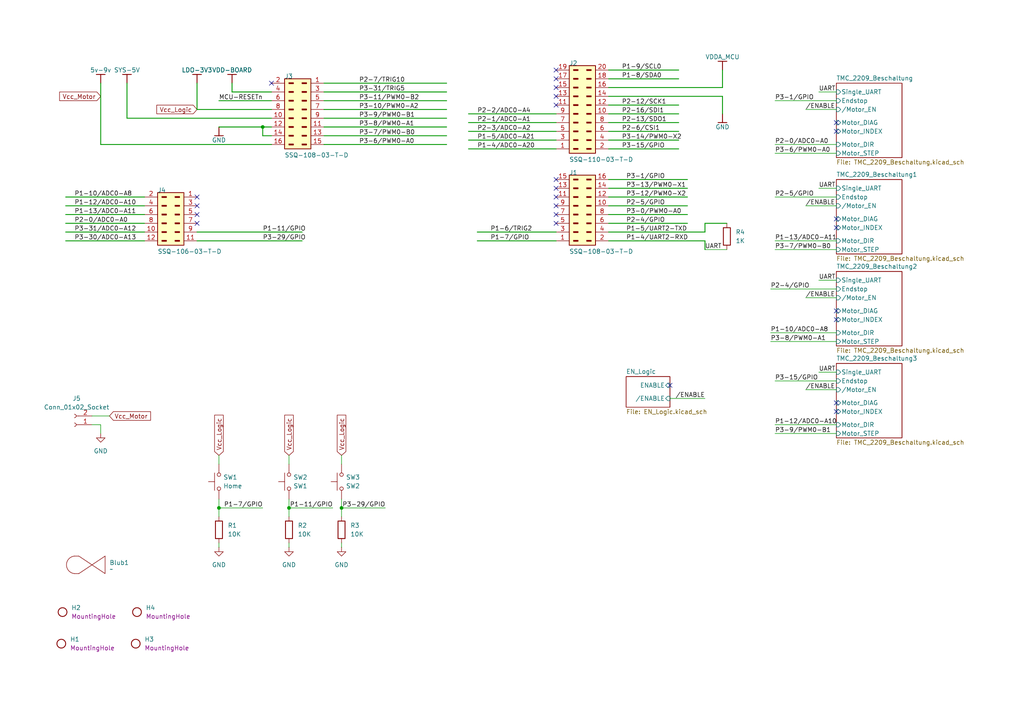
<source format=kicad_sch>
(kicad_sch (version 20231120) (generator "eeschema") (generator_version "8.0")
  (paper "A4")
  (lib_symbols
    (symbol "Connector:Conn_01x02_Socket" (pin_names (offset 1.016) hide)
      (property "Reference" "J" (at 0 2.54 0))
      (property "Value" "Conn_01x02_Socket" (at 0 -5.08 0))
      (symbol "Conn_01x02_Socket_1_1"
        (arc (start 0 -2.032) (mid -0.5058 -2.54) (end 0 -3.048) (stroke (width 0.1524)))
        (polyline (pts (xy -1.27 -2.54) (xy -0.508 -2.54)) (stroke (width 0.1524)))
        (polyline (pts (xy -1.27 0) (xy -0.508 0)) (stroke (width 0.1524)))
        (arc (start 0 0.508) (mid -0.5058 0) (end 0 -0.508) (stroke (width 0.1524)))
        (pin passive line (at -5.08 0 0) (length 3.81) (name "Pin_1") (number "1"))
        (pin passive line (at -5.08 -2.54 0) (length 3.81) (name "Pin_2") (number "2"))
      )
    )
    (symbol "Device:R" (pin_numbers hide) (pin_names (offset 0))
      (property "Reference" "R" (at 2.032 0 90))
      (property "Value" "R" (at 0 0 90))
      (symbol "R_0_1"
        (rectangle (start -1.016 -2.54) (end 1.016 2.54) (stroke (width 0.254)))
      )
      (symbol "R_1_1"
        (pin passive line (at 0 3.81 270) (length 1.27) (name "~") (number "1"))
        (pin passive line (at 0 -3.81 90) (length 1.27) (name "~") (number "2"))
      )
    )
    (symbol "FRDM-MCXA153__Shield_Template-altium-import:5v-9v" (power)
      (property "Reference" "#PWR" (at 0 0 0))
      (property "Value" "5v-9v" (at 0 3.81 0))
      (symbol "5v-9v_0_0"
        (polyline (pts (xy -1.27 -2.54) (xy 1.27 -2.54)) (stroke (width 0.254)))
        (polyline (pts (xy 0 0) (xy 0 -2.54)) (stroke (width 0.254)))
        (pin power_in line (at 0 0 0) (length 0) hide (name "5v-9v") (number ""))
      )
    )
    (symbol "FRDM-MCXA153__Shield_Template-altium-import:GND" (power)
      (property "Reference" "#PWR" (at 0 0 0))
      (property "Value" "GND" (at 0 3.81 0))
      (symbol "GND_0_0"
        (polyline (pts (xy -1.27 -2.54) (xy 1.27 -2.54)) (stroke (width 0.254)))
        (polyline (pts (xy 0 0) (xy 0 -2.54)) (stroke (width 0.254)))
        (pin power_in line (at 0 0 0) (length 0) hide (name "GND") (number ""))
      )
    )
    (symbol "FRDM-MCXA153__Shield_Template-altium-import:LDO-3V3" (power)
      (property "Reference" "#PWR" (at 0 0 0))
      (property "Value" "LDO-3V3" (at 0 3.81 0))
      (symbol "LDO-3V3_0_0"
        (polyline (pts (xy -1.27 -2.54) (xy 1.27 -2.54)) (stroke (width 0.254)))
        (polyline (pts (xy 0 0) (xy 0 -2.54)) (stroke (width 0.254)))
        (pin power_in line (at 0 0 0) (length 0) hide (name "LDO-3V3") (number ""))
      )
    )
    (symbol "FRDM-MCXA153__Shield_Template-altium-import:SYS-5V" (power)
      (property "Reference" "#PWR" (at 0 0 0))
      (property "Value" "SYS-5V" (at 0 3.81 0))
      (symbol "SYS-5V_0_0"
        (polyline (pts (xy -1.27 -2.54) (xy 1.27 -2.54)) (stroke (width 0.254)))
        (polyline (pts (xy 0 0) (xy 0 -2.54)) (stroke (width 0.254)))
        (pin power_in line (at 0 0 0) (length 0) hide (name "SYS-5V") (number ""))
      )
    )
    (symbol "FRDM-MCXA153__Shield_Template-altium-import:VDD-BOARD" (power)
      (property "Reference" "#PWR" (at 0 0 0))
      (property "Value" "VDD-BOARD" (at 0 3.81 0))
      (symbol "VDD-BOARD_0_0"
        (polyline (pts (xy -1.27 -2.54) (xy 1.27 -2.54)) (stroke (width 0.254)))
        (polyline (pts (xy 0 0) (xy 0 -2.54)) (stroke (width 0.254)))
        (pin power_in line (at 0 0 0) (length 0) hide (name "VDD-BOARD") (number ""))
      )
    )
    (symbol "FRDM-MCXA153__Shield_Template-altium-import:VDDA_MCU" (power)
      (property "Reference" "#PWR" (at 0 0 0))
      (property "Value" "VDDA_MCU" (at 0 3.81 0))
      (symbol "VDDA_MCU_0_0"
        (polyline (pts (xy -1.27 -2.54) (xy 1.27 -2.54)) (stroke (width 0.254)))
        (polyline (pts (xy 0 0) (xy 0 -2.54)) (stroke (width 0.254)))
        (pin power_in line (at 0 0 0) (length 0) hide (name "VDDA_MCU") (number ""))
      )
    )
    (symbol "FRDM-MCXA153__Shield_Template-altium-import:root_0_Mechanical_MountingHole"
      (symbol "root_0_Mechanical_MountingHole_1_0"
        (circle (center 0 0) (radius 1.27) (stroke (width 0.254)))
      )
    )
    (symbol "FRDM-MCXA153__Shield_Template-altium-import:root_0_mirrored_SSQ-106-03-T-D"
      (symbol "root_0_mirrored_SSQ-106-03-T-D_1_0"
        (rectangle (start -1.27 -7.493) (end -2.54 -7.747) (stroke (width 0.254)))
        (rectangle (start -1.27 -4.953) (end -2.54 -5.207) (stroke (width 0.254)))
        (rectangle (start -1.27 -2.413) (end -2.54 -2.667) (stroke (width 0.254)))
        (rectangle (start -1.27 0.127) (end -2.54 -0.127) (stroke (width 0.254)))
        (rectangle (start -1.27 2.667) (end -2.54 2.413) (stroke (width 0.254)))
        (rectangle (start -1.27 5.207) (end -2.54 4.953) (stroke (width 0.254)))
        (rectangle (start 2.54 -7.493) (end 1.27 -7.747) (stroke (width 0.254)))
        (rectangle (start 2.54 -4.953) (end 1.27 -5.207) (stroke (width 0.254)))
        (rectangle (start 2.54 -2.413) (end 1.27 -2.667) (stroke (width 0.254)))
        (rectangle (start 2.54 0.127) (end 1.27 -0.127) (stroke (width 0.254)))
        (rectangle (start 2.54 2.667) (end 1.27 2.413) (stroke (width 0.254)))
        (rectangle (start 2.54 5.207) (end 1.27 4.953) (stroke (width 0.254)))
        (rectangle (start 3.81 6.35) (end -3.81 -8.89) (stroke (width 0.254)) (fill (type background)))
        (pin passive line (at 7.62 5.08 180) (length 3.81) (name "Pin_1") (number "1"))
        (pin passive line (at -7.62 -5.08 0) (length 3.81) (name "Pin_10") (number "10"))
        (pin passive line (at 7.62 -7.62 180) (length 3.81) (name "Pin_11") (number "11"))
        (pin passive line (at -7.62 -7.62 0) (length 3.81) (name "Pin_12") (number "12"))
        (pin passive line (at -7.62 5.08 0) (length 3.81) (name "Pin_2") (number "2"))
        (pin passive line (at 7.62 2.54 180) (length 3.81) (name "Pin_3") (number "3"))
        (pin passive line (at -7.62 2.54 0) (length 3.81) (name "Pin_4") (number "4"))
        (pin passive line (at 7.62 0 180) (length 3.81) (name "Pin_5") (number "5"))
        (pin passive line (at -7.62 0 0) (length 3.81) (name "Pin_6") (number "6"))
        (pin passive line (at 7.62 -2.54 180) (length 3.81) (name "Pin_7") (number "7"))
        (pin passive line (at -7.62 -2.54 0) (length 3.81) (name "Pin_8") (number "8"))
        (pin passive line (at 7.62 -5.08 180) (length 3.81) (name "Pin_9") (number "9"))
      )
    )
    (symbol "FRDM-MCXA153__Shield_Template-altium-import:root_0_mirrored_SSQ-108-03-T-D"
      (symbol "root_0_mirrored_SSQ-108-03-T-D_1_0"
        (rectangle (start -1.27 -10.033) (end -2.54 -10.287) (stroke (width 0.254)))
        (rectangle (start -1.27 -7.493) (end -2.54 -7.747) (stroke (width 0.254)))
        (rectangle (start -1.27 -4.953) (end -2.54 -5.207) (stroke (width 0.254)))
        (rectangle (start -1.27 -2.413) (end -2.54 -2.667) (stroke (width 0.254)))
        (rectangle (start -1.27 0.127) (end -2.54 -0.127) (stroke (width 0.254)))
        (rectangle (start -1.27 2.667) (end -2.54 2.413) (stroke (width 0.254)))
        (rectangle (start -1.27 5.207) (end -2.54 4.953) (stroke (width 0.254)))
        (rectangle (start -1.27 7.747) (end -2.54 7.493) (stroke (width 0.254)))
        (rectangle (start 2.54 -10.033) (end 1.27 -10.287) (stroke (width 0.254)))
        (rectangle (start 2.54 -7.493) (end 1.27 -7.747) (stroke (width 0.254)))
        (rectangle (start 2.54 -4.953) (end 1.27 -5.207) (stroke (width 0.254)))
        (rectangle (start 2.54 -2.413) (end 1.27 -2.667) (stroke (width 0.254)))
        (rectangle (start 2.54 0.127) (end 1.27 -0.127) (stroke (width 0.254)))
        (rectangle (start 2.54 2.667) (end 1.27 2.413) (stroke (width 0.254)))
        (rectangle (start 2.54 5.207) (end 1.27 4.953) (stroke (width 0.254)))
        (rectangle (start 2.54 7.747) (end 1.27 7.493) (stroke (width 0.254)))
        (rectangle (start 3.81 8.89) (end -3.81 -11.43) (stroke (width 0.254)) (fill (type background)))
        (pin passive line (at 7.62 7.62 180) (length 3.81) (name "Pin_1") (number "1"))
        (pin passive line (at -7.62 -2.54 0) (length 3.81) (name "Pin_10") (number "10"))
        (pin passive line (at 7.62 -5.08 180) (length 3.81) (name "Pin_11") (number "11"))
        (pin passive line (at -7.62 -5.08 0) (length 3.81) (name "Pin_12") (number "12"))
        (pin passive line (at 7.62 -7.62 180) (length 3.81) (name "Pin_13") (number "13"))
        (pin passive line (at -7.62 -7.62 0) (length 3.81) (name "Pin_14") (number "14"))
        (pin passive line (at 7.62 -10.16 180) (length 3.81) (name "Pin_15") (number "15"))
        (pin passive line (at -7.62 -10.16 0) (length 3.81) (name "Pin_16") (number "16"))
        (pin passive line (at -7.62 7.62 0) (length 3.81) (name "Pin_2") (number "2"))
        (pin passive line (at 7.62 5.08 180) (length 3.81) (name "Pin_3") (number "3"))
        (pin passive line (at -7.62 5.08 0) (length 3.81) (name "Pin_4") (number "4"))
        (pin passive line (at 7.62 2.54 180) (length 3.81) (name "Pin_5") (number "5"))
        (pin passive line (at -7.62 2.54 0) (length 3.81) (name "Pin_6") (number "6"))
        (pin passive line (at 7.62 0 180) (length 3.81) (name "Pin_7") (number "7"))
        (pin passive line (at -7.62 0 0) (length 3.81) (name "Pin_8") (number "8"))
        (pin passive line (at 7.62 -2.54 180) (length 3.81) (name "Pin_9") (number "9"))
      )
    )
    (symbol "FRDM-MCXA153__Shield_Template-altium-import:root_2_mirrored_SSQ-108-03-T-D"
      (symbol "root_2_mirrored_SSQ-108-03-T-D_1_0"
        (rectangle (start -1.27 -7.493) (end -2.54 -7.747) (stroke (width 0.254)))
        (rectangle (start -1.27 -4.953) (end -2.54 -5.207) (stroke (width 0.254)))
        (rectangle (start -1.27 -2.413) (end -2.54 -2.667) (stroke (width 0.254)))
        (rectangle (start -1.27 0.127) (end -2.54 -0.127) (stroke (width 0.254)))
        (rectangle (start -1.27 2.667) (end -2.54 2.413) (stroke (width 0.254)))
        (rectangle (start -1.27 5.207) (end -2.54 4.953) (stroke (width 0.254)))
        (rectangle (start -1.27 7.747) (end -2.54 7.493) (stroke (width 0.254)))
        (rectangle (start -1.27 10.287) (end -2.54 10.033) (stroke (width 0.254)))
        (rectangle (start 2.54 -7.493) (end 1.27 -7.747) (stroke (width 0.254)))
        (rectangle (start 2.54 -4.953) (end 1.27 -5.207) (stroke (width 0.254)))
        (rectangle (start 2.54 -2.413) (end 1.27 -2.667) (stroke (width 0.254)))
        (rectangle (start 2.54 0.127) (end 1.27 -0.127) (stroke (width 0.254)))
        (rectangle (start 2.54 2.667) (end 1.27 2.413) (stroke (width 0.254)))
        (rectangle (start 2.54 5.207) (end 1.27 4.953) (stroke (width 0.254)))
        (rectangle (start 2.54 7.747) (end 1.27 7.493) (stroke (width 0.254)))
        (rectangle (start 2.54 10.287) (end 1.27 10.033) (stroke (width 0.254)))
        (rectangle (start 3.81 11.43) (end -3.81 -8.89) (stroke (width 0.254)) (fill (type background)))
        (pin passive line (at -7.62 -7.62 0) (length 3.81) (name "Pin_1") (number "1"))
        (pin passive line (at 7.62 2.54 180) (length 3.81) (name "Pin_10") (number "10"))
        (pin passive line (at -7.62 5.08 0) (length 3.81) (name "Pin_11") (number "11"))
        (pin passive line (at 7.62 5.08 180) (length 3.81) (name "Pin_12") (number "12"))
        (pin passive line (at -7.62 7.62 0) (length 3.81) (name "Pin_13") (number "13"))
        (pin passive line (at 7.62 7.62 180) (length 3.81) (name "Pin_14") (number "14"))
        (pin passive line (at -7.62 10.16 0) (length 3.81) (name "Pin_15") (number "15"))
        (pin passive line (at 7.62 10.16 180) (length 3.81) (name "Pin_16") (number "16"))
        (pin passive line (at 7.62 -7.62 180) (length 3.81) (name "Pin_2") (number "2"))
        (pin passive line (at -7.62 -5.08 0) (length 3.81) (name "Pin_3") (number "3"))
        (pin passive line (at 7.62 -5.08 180) (length 3.81) (name "Pin_4") (number "4"))
        (pin passive line (at -7.62 -2.54 0) (length 3.81) (name "Pin_5") (number "5"))
        (pin passive line (at 7.62 -2.54 180) (length 3.81) (name "Pin_6") (number "6"))
        (pin passive line (at -7.62 0 0) (length 3.81) (name "Pin_7") (number "7"))
        (pin passive line (at 7.62 0 180) (length 3.81) (name "Pin_8") (number "8"))
        (pin passive line (at -7.62 2.54 0) (length 3.81) (name "Pin_9") (number "9"))
      )
    )
    (symbol "FRDM-MCXA153__Shield_Template-altium-import:root_2_mirrored_SSQ-110-03-T-D"
      (symbol "root_2_mirrored_SSQ-110-03-T-D_1_0"
        (rectangle (start -1.27 -10.033) (end -2.54 -10.287) (stroke (width 0.254)))
        (rectangle (start -1.27 -7.493) (end -2.54 -7.747) (stroke (width 0.254)))
        (rectangle (start -1.27 -4.953) (end -2.54 -5.207) (stroke (width 0.254)))
        (rectangle (start -1.27 -2.413) (end -2.54 -2.667) (stroke (width 0.254)))
        (rectangle (start -1.27 0.127) (end -2.54 -0.127) (stroke (width 0.254)))
        (rectangle (start -1.27 2.667) (end -2.54 2.413) (stroke (width 0.254)))
        (rectangle (start -1.27 5.207) (end -2.54 4.953) (stroke (width 0.254)))
        (rectangle (start -1.27 7.747) (end -2.54 7.493) (stroke (width 0.254)))
        (rectangle (start -1.27 10.287) (end -2.54 10.033) (stroke (width 0.254)))
        (rectangle (start -1.27 12.827) (end -2.54 12.573) (stroke (width 0.254)))
        (rectangle (start 2.54 -10.033) (end 1.27 -10.287) (stroke (width 0.254)))
        (rectangle (start 2.54 -7.493) (end 1.27 -7.747) (stroke (width 0.254)))
        (rectangle (start 2.54 -4.953) (end 1.27 -5.207) (stroke (width 0.254)))
        (rectangle (start 2.54 -2.413) (end 1.27 -2.667) (stroke (width 0.254)))
        (rectangle (start 2.54 0.127) (end 1.27 -0.127) (stroke (width 0.254)))
        (rectangle (start 2.54 2.667) (end 1.27 2.413) (stroke (width 0.254)))
        (rectangle (start 2.54 5.207) (end 1.27 4.953) (stroke (width 0.254)))
        (rectangle (start 2.54 7.747) (end 1.27 7.493) (stroke (width 0.254)))
        (rectangle (start 2.54 10.287) (end 1.27 10.033) (stroke (width 0.254)))
        (rectangle (start 2.54 12.827) (end 1.27 12.573) (stroke (width 0.254)))
        (rectangle (start 3.81 13.97) (end -3.81 -11.43) (stroke (width 0.254)) (fill (type background)))
        (pin passive line (at -7.62 -10.16 0) (length 3.81) (name "Pin_1") (number "1"))
        (pin passive line (at 7.62 0 180) (length 3.81) (name "Pin_10") (number "10"))
        (pin passive line (at -7.62 2.54 0) (length 3.81) (name "Pin_11") (number "11"))
        (pin passive line (at 7.62 2.54 180) (length 3.81) (name "Pin_12") (number "12"))
        (pin passive line (at -7.62 5.08 0) (length 3.81) (name "Pin_13") (number "13"))
        (pin passive line (at 7.62 5.08 180) (length 3.81) (name "Pin_14") (number "14"))
        (pin passive line (at -7.62 7.62 0) (length 3.81) (name "Pin_15") (number "15"))
        (pin passive line (at 7.62 7.62 180) (length 3.81) (name "Pin_16") (number "16"))
        (pin passive line (at -7.62 10.16 0) (length 3.81) (name "Pin_17") (number "17"))
        (pin passive line (at 7.62 10.16 180) (length 3.81) (name "Pin_18") (number "18"))
        (pin passive line (at -7.62 12.7 0) (length 3.81) (name "Pin_19") (number "19"))
        (pin passive line (at 7.62 -10.16 180) (length 3.81) (name "Pin_2") (number "2"))
        (pin passive line (at 7.62 12.7 180) (length 3.81) (name "Pin_20") (number "20"))
        (pin passive line (at -7.62 -7.62 0) (length 3.81) (name "Pin_3") (number "3"))
        (pin passive line (at 7.62 -7.62 180) (length 3.81) (name "Pin_4") (number "4"))
        (pin passive line (at -7.62 -5.08 0) (length 3.81) (name "Pin_5") (number "5"))
        (pin passive line (at 7.62 -5.08 180) (length 3.81) (name "Pin_6") (number "6"))
        (pin passive line (at -7.62 -2.54 0) (length 3.81) (name "Pin_7") (number "7"))
        (pin passive line (at 7.62 -2.54 180) (length 3.81) (name "Pin_8") (number "8"))
        (pin passive line (at -7.62 0 0) (length 3.81) (name "Pin_9") (number "9"))
      )
    )
    (symbol "Fisch:Fischi"
      (property "Reference" "Blub" (at -1.27 3.81 0))
      (symbol "Fischi_0_1"
        (arc (start -2.54 2.54) (mid -4.8476 0) (end -2.54 -2.54))
        (polyline (pts (xy -2.54 2.54) (xy -1.27 2.54)))
        (polyline (pts (xy -1.27 -2.54) (xy -2.54 -2.54)))
        (polyline (pts (xy 6.35 2.54) (xy -1.27 -2.54)))
        (polyline (pts (xy 6.35 2.54) (xy 6.35 -2.54) (xy -1.27 2.54)))
      )
    )
    (symbol "Switch:SW_Push" (pin_numbers hide) (pin_names (offset 1.016) hide)
      (property "Reference" "SW" (at 1.27 2.54 0))
      (property "Value" "SW_Push" (at 0 -1.524 0))
      (symbol "SW_Push_0_1"
        (circle (center -2.032 0) (radius 0.508))
        (polyline (pts (xy 0 1.27) (xy 0 3.048)))
        (polyline (pts (xy 2.54 1.27) (xy -2.54 1.27)))
        (circle (center 2.032 0) (radius 0.508))
        (pin passive line (at -5.08 0 0) (length 2.54) (name "1") (number "1"))
        (pin passive line (at 5.08 0 180) (length 2.54) (name "2") (number "2"))
      )
    )
    (symbol "power:GND" (power) (pin_numbers hide) (pin_names (offset 0) hide)
      (property "Value" "GND" (at 0 -3.81 0))
      (symbol "GND_0_1"
        (polyline (pts (xy 0 0) (xy 0 -1.27) (xy 1.27 -1.27) (xy 0 -2.54) (xy -1.27 -1.27) (xy 0 -1.27)))
      )
      (symbol "GND_1_1"
        (pin power_in line (at 0 0 270) (length 0) (name "~") (number "1"))
      )
    )
  )
  (junction (at 83.82 147.32))
  (junction (at 63.5 147.32))
  (junction (at 76.2 36.83))
  (junction (at 99.06 147.32))
  (no_connect (at 242.57 90.17))
  (no_connect (at 242.57 92.71))
  (no_connect (at 161.29 57.15))
  (no_connect (at 242.57 35.56))
  (no_connect (at 161.29 64.77))
  (no_connect (at 161.29 54.61))
  (no_connect (at 161.29 20.32))
  (no_connect (at 57.15 59.69))
  (no_connect (at 161.29 52.07))
  (no_connect (at 194.31 111.76))
  (no_connect (at 242.57 63.5))
  (no_connect (at 242.57 116.84))
  (no_connect (at 242.57 66.04))
  (no_connect (at 57.15 64.77))
  (no_connect (at 161.29 22.86))
  (no_connect (at 242.57 38.1))
  (no_connect (at 161.29 30.48))
  (no_connect (at 161.29 59.69))
  (no_connect (at 57.15 62.23))
  (no_connect (at 242.57 119.38))
  (no_connect (at 161.29 27.94))
  (no_connect (at 78.74 24.13))
  (no_connect (at 57.15 57.15))
  (no_connect (at 161.29 62.23))
  (no_connect (at 161.29 25.4))
  (wire (pts (xy 76.2 36.83) (xy 78.74 36.83)) (stroke (width 0.254)))
  (wire (pts (xy 29.21 123.19) (xy 29.21 125.73)))
  (wire (pts (xy 161.29 67.31) (xy 138.43 67.31)) (stroke (width 0.254)))
  (wire (pts (xy 41.91 59.69) (xy 19.05 59.69)) (stroke (width 0.254)))
  (wire (pts (xy 63.5 147.32) (xy 63.5 149.86)))
  (wire (pts (xy 237.49 81.28) (xy 242.57 81.28)))
  (wire (pts (xy 83.82 144.78) (xy 83.82 147.32)))
  (wire (pts (xy 41.91 57.15) (xy 19.05 57.15)) (stroke (width 0.254)))
  (wire (pts (xy 194.31 115.57) (xy 204.47 115.57)))
  (wire (pts (xy 176.53 35.56) (xy 196.85 35.56)) (stroke (width 0.254)))
  (wire (pts (xy 224.79 123.19) (xy 242.57 123.19)))
  (wire (pts (xy 99.06 144.78) (xy 99.06 147.32)))
  (wire (pts (xy 41.91 69.85) (xy 19.05 69.85)) (stroke (width 0.254)))
  (wire (pts (xy 224.79 29.21) (xy 242.57 29.21)))
  (wire (pts (xy 26.67 123.19) (xy 29.21 123.19)))
  (wire (pts (xy 93.98 29.21) (xy 129.54 29.21)) (stroke (width 0.254)))
  (wire (pts (xy 176.53 30.48) (xy 196.85 30.48)) (stroke (width 0.254)))
  (wire (pts (xy 204.47 72.39) (xy 210.82 72.39)))
  (wire (pts (xy 63.5 157.48) (xy 63.5 158.75)))
  (wire (pts (xy 224.79 110.49) (xy 242.57 110.49)))
  (wire (pts (xy 204.47 64.77) (xy 204.47 67.31)) (stroke (width 0.254)))
  (wire (pts (xy 176.53 59.69) (xy 199.39 59.69)) (stroke (width 0.254)))
  (wire (pts (xy 223.52 99.06) (xy 242.57 99.06)))
  (wire (pts (xy 161.29 43.18) (xy 135.89 43.18)) (stroke (width 0.254)))
  (wire (pts (xy 57.15 67.31) (xy 87.63 67.31)) (stroke (width 0.254)))
  (wire (pts (xy 26.67 120.65) (xy 31.75 120.65)))
  (wire (pts (xy 78.74 26.67) (xy 67.31 26.67)) (stroke (width 0.254)))
  (wire (pts (xy 83.82 147.32) (xy 83.82 149.86)))
  (wire (pts (xy 224.79 57.15) (xy 242.57 57.15)))
  (wire (pts (xy 176.53 69.85) (xy 204.47 69.85)) (stroke (width 0.254)))
  (wire (pts (xy 83.82 157.48) (xy 83.82 158.75)))
  (wire (pts (xy 36.83 34.29) (xy 36.83 24.13)) (stroke (width 0.254)))
  (wire (pts (xy 176.53 38.1) (xy 196.85 38.1)) (stroke (width 0.254)))
  (wire (pts (xy 93.98 41.91) (xy 129.54 41.91)) (stroke (width 0.254)))
  (wire (pts (xy 237.49 54.61) (xy 242.57 54.61)))
  (wire (pts (xy 83.82 147.32) (xy 96.52 147.32)))
  (wire (pts (xy 93.98 36.83) (xy 129.54 36.83)) (stroke (width 0.254)))
  (wire (pts (xy 223.52 96.52) (xy 242.57 96.52)))
  (wire (pts (xy 93.98 26.67) (xy 129.54 26.67)) (stroke (width 0.254)))
  (wire (pts (xy 161.29 40.64) (xy 135.89 40.64)) (stroke (width 0.254)))
  (wire (pts (xy 237.49 26.67) (xy 242.57 26.67)))
  (wire (pts (xy 204.47 67.31) (xy 176.53 67.31)) (stroke (width 0.254)))
  (wire (pts (xy 67.31 26.67) (xy 67.31 24.13)) (stroke (width 0.254)))
  (wire (pts (xy 41.91 62.23) (xy 19.05 62.23)) (stroke (width 0.254)))
  (wire (pts (xy 57.15 31.75) (xy 57.15 24.13)) (stroke (width 0.254)))
  (wire (pts (xy 93.98 39.37) (xy 129.54 39.37)) (stroke (width 0.254)))
  (wire (pts (xy 176.53 33.02) (xy 196.85 33.02)) (stroke (width 0.254)))
  (wire (pts (xy 36.83 34.29) (xy 78.74 34.29)) (stroke (width 0.254)))
  (wire (pts (xy 223.52 83.82) (xy 242.57 83.82)))
  (wire (pts (xy 93.98 31.75) (xy 129.54 31.75)) (stroke (width 0.254)))
  (wire (pts (xy 224.79 41.91) (xy 242.57 41.91)))
  (wire (pts (xy 204.47 69.85) (xy 204.47 72.39)) (stroke (width 0.254)))
  (wire (pts (xy 93.98 34.29) (xy 129.54 34.29)) (stroke (width 0.254)))
  (wire (pts (xy 176.53 57.15) (xy 199.39 57.15)) (stroke (width 0.254)))
  (wire (pts (xy 209.55 25.4) (xy 209.55 20.32)) (stroke (width 0.254)))
  (wire (pts (xy 176.53 54.61) (xy 199.39 54.61)) (stroke (width 0.254)))
  (wire (pts (xy 41.91 67.31) (xy 19.05 67.31)) (stroke (width 0.254)))
  (wire (pts (xy 83.82 132.08) (xy 83.82 134.62)))
  (wire (pts (xy 204.47 64.77) (xy 210.82 64.77)) (stroke (width 0.254)))
  (wire (pts (xy 29.21 41.91) (xy 29.21 24.13)) (stroke (width 0.254)))
  (wire (pts (xy 29.21 41.91) (xy 78.74 41.91)) (stroke (width 0.254)))
  (wire (pts (xy 176.53 52.07) (xy 199.39 52.07)) (stroke (width 0.254)))
  (wire (pts (xy 57.15 69.85) (xy 87.63 69.85)) (stroke (width 0.254)))
  (wire (pts (xy 176.53 25.4) (xy 209.55 25.4)) (stroke (width 0.254)))
  (wire (pts (xy 237.49 107.95) (xy 242.57 107.95)))
  (wire (pts (xy 63.5 29.21) (xy 78.74 29.21)) (stroke (width 0.254)))
  (wire (pts (xy 176.53 22.86) (xy 196.85 22.86)) (stroke (width 0.254)))
  (wire (pts (xy 161.29 69.85) (xy 138.43 69.85)) (stroke (width 0.254)))
  (wire (pts (xy 161.29 35.56) (xy 135.89 35.56)) (stroke (width 0.254)))
  (wire (pts (xy 224.79 72.39) (xy 242.57 72.39)))
  (wire (pts (xy 93.98 24.13) (xy 129.54 24.13)) (stroke (width 0.254)))
  (wire (pts (xy 209.55 27.94) (xy 209.55 33.02)) (stroke (width 0.254)))
  (wire (pts (xy 233.68 113.03) (xy 242.57 113.03)))
  (wire (pts (xy 176.53 40.64) (xy 196.85 40.64)) (stroke (width 0.254)))
  (wire (pts (xy 224.79 125.73) (xy 242.57 125.73)))
  (wire (pts (xy 176.53 64.77) (xy 199.39 64.77)) (stroke (width 0.254)))
  (wire (pts (xy 63.5 144.78) (xy 63.5 147.32)))
  (wire (pts (xy 78.74 39.37) (xy 76.2 39.37)) (stroke (width 0.254)))
  (wire (pts (xy 176.53 20.32) (xy 196.85 20.32)) (stroke (width 0.254)))
  (wire (pts (xy 161.29 33.02) (xy 135.89 33.02)) (stroke (width 0.254)))
  (wire (pts (xy 224.79 44.45) (xy 242.57 44.45)))
  (wire (pts (xy 233.68 86.36) (xy 242.57 86.36)))
  (wire (pts (xy 224.79 69.85) (xy 242.57 69.85)))
  (wire (pts (xy 63.5 36.83) (xy 76.2 36.83)) (stroke (width 0.254)))
  (wire (pts (xy 176.53 27.94) (xy 209.55 27.94)) (stroke (width 0.254)))
  (wire (pts (xy 41.91 64.77) (xy 19.05 64.77)) (stroke (width 0.254)))
  (wire (pts (xy 161.29 38.1) (xy 135.89 38.1)) (stroke (width 0.254)))
  (wire (pts (xy 99.06 147.32) (xy 111.76 147.32)))
  (wire (pts (xy 63.5 147.32) (xy 76.2 147.32)))
  (wire (pts (xy 176.53 43.18) (xy 196.85 43.18)) (stroke (width 0.254)))
  (wire (pts (xy 63.5 132.08) (xy 63.5 134.62)))
  (wire (pts (xy 76.2 39.37) (xy 76.2 36.83)) (stroke (width 0.254)))
  (wire (pts (xy 99.06 157.48) (xy 99.06 158.75)))
  (wire (pts (xy 99.06 132.08) (xy 99.06 134.62)))
  (wire (pts (xy 176.53 62.23) (xy 199.39 62.23)) (stroke (width 0.254)))
  (wire (pts (xy 233.68 59.69) (xy 242.57 59.69)))
  (wire (pts (xy 78.74 31.75) (xy 57.15 31.75)) (stroke (width 0.254)))
  (wire (pts (xy 99.06 147.32) (xy 99.06 149.86)))
  (wire (pts (xy 233.68 31.75) (xy 242.57 31.75)))
  (label "P3-29/GPIO" (at 111.76 147.32 180))
  (label "UART" (at 237.49 54.61 0))
  (label "P1-11/GPIO" (at 96.52 147.32 180))
  (label "P2-1/ADC0-A1" (at 138.43 35.56 0))
  (label "P3-15/GPIO" (at 180.34 43.18 0))
  (label "P3-7/PWM0-B0" (at 224.79 72.39 0))
  (label "P2-2/ADC0-A4" (at 138.43 33.02 0))
  (label "P2-12/SCK1" (at 180.34 30.48 0))
  (label "/ENABLE" (at 233.68 113.03 0))
  (label "P1-8/SDA0" (at 180.34 22.86 0))
  (label "P1-10/ADC0-A8" (at 21.59 57.15 0))
  (label "P2-6/CSI1" (at 180.34 38.1 0))
  (label "P2-7/TRIG10" (at 104.14 24.13 0))
  (label "MCU-RESETn" (at 63.5 29.21 0))
  (label "P3-15/GPIO" (at 224.79 110.49 0))
  (label "P1-11/GPIO" (at 76.2 67.31 0))
  (label "P2-16/SDI1" (at 180.34 33.02 0))
  (label "P3-6/PWM0-A0" (at 104.14 41.91 0))
  (label "P1-13/ADC0-A11" (at 224.79 69.85 0))
  (label "P3-6/PWM0-A0" (at 224.79 44.45 0))
  (label "P2-4/GPIO" (at 223.52 83.82 0))
  (label "P3-7/PWM0-B0" (at 104.14 39.37 0))
  (label "P3-29/GPIO" (at 76.2 69.85 0))
  (label "P2-13/SDO1" (at 180.34 35.56 0))
  (label "P2-5/GPIO" (at 181.61 59.69 0))
  (label "P1-10/ADC0-A8" (at 223.52 96.52 0))
  (label "P2-5/GPIO" (at 224.79 57.15 0))
  (label "P2-0/ADC0-A0" (at 21.59 64.77 0))
  (label "/ENABLE" (at 233.68 31.75 0))
  (label "P3-12/PWM0-X2" (at 181.61 57.15 0))
  (label "P3-31/ADC0-A12" (at 21.59 67.31 0))
  (label "P1-9/SCL0" (at 180.34 20.32 0))
  (label "P3-8/PWM0-A1" (at 223.52 99.06 0))
  (label "/ENABLE" (at 233.68 59.69 0))
  (label "/ENABLE" (at 233.68 86.36 0))
  (label "P1-7/GPIO" (at 142.24 69.85 0))
  (label "P2-0/ADC0-A0" (at 224.79 41.91 0))
  (label "P3-0/PWM0-A0" (at 181.61 62.23 0))
  (label "/ENABLE" (at 204.47 115.57 180))
  (label "P1-4/UART2-RXD" (at 181.61 69.85 0))
  (label "UART" (at 237.49 81.28 0))
  (label "P3-11/PWM0-B2" (at 104.14 29.21 0))
  (label "P3-30/ADC0-A13" (at 21.59 69.85 0))
  (label "UART" (at 237.49 26.67 0))
  (label "P3-1/GPIO" (at 181.61 52.07 0))
  (label "P3-31/TRIG5" (at 104.14 26.67 0))
  (label "P1-12/ADC0-A10" (at 21.59 59.69 0))
  (label "P3-13/PWM0-X1" (at 181.61 54.61 0))
  (label "P1-7/GPIO" (at 76.2 147.32 180))
  (label "P3-8/PWM0-A1" (at 104.14 36.83 0))
  (label "UART" (at 237.49 107.95 0))
  (label "P1-5/UART2-TXD" (at 181.61 67.31 0))
  (label "P3-9/PWM0-B1" (at 104.14 34.29 0))
  (label "UART" (at 204.47 72.39 0))
  (label "P3-10/PWM0-A2" (at 104.14 31.75 0))
  (label "P3-14/PWM0-X2" (at 180.34 40.64 0))
  (label "P1-5/ADC0-A21" (at 138.43 40.64 0))
  (label "P2-3/ADC0-A2" (at 138.43 38.1 0))
  (label "P3-9/PWM0-B1" (at 224.79 125.73 0))
  (label "P2-4/GPIO" (at 181.61 64.77 0))
  (label "P1-4/ADC0-A20" (at 138.43 43.18 0))
  (label "P1-12/ADC0-A10" (at 224.79 123.19 0))
  (label "P1-13/ADC0-A11" (at 21.59 62.23 0))
  (label "P3-1/GPIO" (at 224.79 29.21 0))
  (label "P1-6/TRIG2" (at 142.24 67.31 0))
  (global_label "Vcc_Logic" (shape input) (at 63.5 132.08 90) (property "Intersheetrefs" "${INTERSHEET_REFS}" (effects (hide yes))))
  (global_label "Vcc_Logic" (shape input) (at 57.15 31.75 180) (property "Intersheetrefs" "${INTERSHEET_REFS}" (effects (hide yes))))
  (global_label "Vcc_Motor" (shape input) (at 29.21 27.94 180) (property "Intersheetrefs" "${INTERSHEET_REFS}" (effects (hide yes))))
  (global_label "Vcc_Logic" (shape input) (at 83.82 132.08 90) (property "Intersheetrefs" "${INTERSHEET_REFS}" (effects (hide yes))))
  (global_label "Vcc_Motor" (shape input) (at 31.75 120.65 0) (property "Intersheetrefs" "${INTERSHEET_REFS}" (effects (hide yes))))
  (global_label "Vcc_Logic" (shape input) (at 99.06 132.08 90) (property "Intersheetrefs" "${INTERSHEET_REFS}" (effects (hide yes))))
  (symbol (lib_id "FRDM-MCXA153__Shield_Template-altium-import:VDDA_MCU") (at 209.55 20.32 180) (unit 1)
    (property "Reference" "#PWR010" (effects (hide yes)))
    (property "Value" "VDDA_MCU" (at 209.55 16.51 0))
  )
  (symbol (lib_id "FRDM-MCXA153__Shield_Template-altium-import:root_2_mirrored_SSQ-110-03-T-D") (at 168.91 33.02 0) (unit 1)
    (property "Reference" "J2" (at 165.1 19.05 0) (effects (justify left bottom)))
    (property "Value" "${ALTIUM_VALUE}" (at 165.1 46.99 0) (effects (justify left bottom)))
    (property "Footprint" "Connector_PinHeader_2.54mm:PinHeader_2x10_P2.54mm_Vertical" (effects (hide yes)))
    (property "NAME" "Connector_Generic_Conn_02x10_Odd_Even" (effects (hide yes)))
    (property "SYMBOL" "Connector_Generic_Conn_02x10_Odd_Even" (effects (hide yes)))
    (property "DEVICE" "Connector_Generic_Conn_02x10_Odd_Even" (effects (hide yes)))
    (property "ALTIUM_VALUE" "SSQ-110-03-T-D" (effects (hide yes)))
    (property "SUPPLIER" "Digikey" (effects (hide yes)))
    (property "SUPPLIER P/N" "SAM10741-ND" (effects (hide yes)))
    (property "MANUFACTURER" "Samtec Inc." (effects (hide yes)))
    (property "ADD INTO BOM" "yes" (effects (hide yes)))
    (property "CONVERT TO PCB" "yes" (effects (hide yes)))
    (property "ORIGIN FOOTPRINT" "SSQ-110-03-T-D" (effects (hide yes)))
    (property "MANUFACTURER PART NUMBER" "SSQ-110-03-T-D" (effects (hide yes)))
  )
  (symbol (lib_id "FRDM-MCXA153__Shield_Template-altium-import:root_2_mirrored_SSQ-108-03-T-D") (at 168.91 62.23 0) (unit 1)
    (property "Reference" "J1" (at 165.1 50.8 0) (effects (justify left bottom)))
    (property "Value" "${ALTIUM_VALUE}" (at 165.1 73.66 0) (effects (justify left bottom)))
    (property "Footprint" "Connector_PinHeader_2.54mm:PinHeader_2x08_P2.54mm_Vertical" (effects (hide yes)))
    (property "NAME" "Connector_Generic_Conn_02x08_Odd_Even" (effects (hide yes)))
    (property "SYMBOL" "Connector_Generic_Conn_02x08_Odd_Even" (effects (hide yes)))
    (property "DEVICE" "Connector_Generic_Conn_02x08_Odd_Even" (effects (hide yes)))
    (property "ALTIUM_VALUE" "SSQ-108-03-T-D" (effects (hide yes)))
    (property "SUPPLIER" "Digikey" (effects (hide yes)))
    (property "SUPPLIER P/N" "SAM10741-ND" (effects (hide yes)))
    (property "MANUFACTURER" "Samtec Inc." (effects (hide yes)))
    (property "MANUFACTURER PART NUMBER" "SSQ-108-03-T-D" (effects (hide yes)))
    (property "ADD INTO BOM" "yes" (effects (hide yes)))
    (property "CONVERT TO PCB" "yes" (effects (hide yes)))
    (property "ORIGIN FOOTPRINT" "SSQ-108-03-T-D" (effects (hide yes)))
  )
  (symbol (lib_id "FRDM-MCXA153__Shield_Template-altium-import:LDO-3V3") (at 57.15 24.13 180) (unit 1)
    (property "Reference" "#PWR04" (effects (hide yes)))
    (property "Value" "LDO-3V3" (at 57.15 20.32 0))
  )
  (symbol (lib_id "Device:R") (at 210.82 68.58 0) (unit 1)
    (property "Reference" "R4" (at 213.36 67.3099 0) (effects (justify left)))
    (property "Value" "1K" (at 213.36 69.8499 0) (effects (justify left)))
    (property "Footprint" "Resistor_SMD:R_0805_2012Metric_Pad1.20x1.40mm_HandSolder" (effects (hide yes)))
    (property "Description" "Resistor" (effects (hide yes)))
  )
  (symbol (lib_id "Fisch:Fischi") (at 24.13 163.83 0) (unit 1)
    (property "Reference" "Blub1" (at 31.75 163.1949 0) (effects (justify left)))
    (property "Value" "~" (at 31.75 165.1 0) (effects (justify left)))
    (property "Footprint" "Fisch:Fischi" (effects (hide yes)))
  )
  (symbol (lib_id "Device:R") (at 63.5 153.67 0) (unit 1)
    (property "Reference" "R1" (at 66.04 152.3999 0) (effects (justify left)))
    (property "Value" "10K" (at 66.04 154.9399 0) (effects (justify left)))
    (property "Footprint" "Resistor_SMD:R_0805_2012Metric_Pad1.20x1.40mm_HandSolder" (effects (hide yes)))
    (property "Description" "Resistor" (effects (hide yes)))
  )
  (symbol (lib_id "Switch:SW_Push") (at 83.82 139.7 90) (unit 1)
    (property "Reference" "SW2" (at 85.09 138.4299 90) (effects (justify right)))
    (property "Value" "SW1" (at 85.09 140.9699 90) (effects (justify right)))
    (property "Footprint" "Button:Takt_Schalter_Aliexpress" (effects (hide yes)))
    (property "Description" "Push button switch, generic, two pins" (effects (hide yes)))
  )
  (symbol (lib_id "Connector:Conn_01x02_Socket") (at 21.59 123.19 180) (unit 1)
    (property "Reference" "J5" (at 22.225 115.57 0))
    (property "Value" "Conn_01x02_Socket" (at 22.225 118.11 0))
    (property "Footprint" "XT60PW-M:AMASS_XT60PW-M" (effects (hide yes)))
    (property "Description" "Generic connector, single row, 01x02, script generated" (effects (hide yes)))
  )
  (symbol (lib_id "power:GND") (at 29.21 125.73 0) (unit 1)
    (property "Reference" "#PWR02" (effects (hide yes)))
    (property "Value" "GND" (at 29.21 130.81 0))
    (property "Description" "Power symbol creates a global label with name \"GND\" , ground" (effects (hide yes)))
  )
  (symbol (lib_id "FRDM-MCXA153__Shield_Template-altium-import:GND") (at 63.5 36.83 0) (unit 1)
    (property "Reference" "#PWR05" (effects (hide yes)))
    (property "Value" "GND" (at 63.5 40.64 0))
  )
  (symbol (lib_id "FRDM-MCXA153__Shield_Template-altium-import:root_0_mirrored_SSQ-108-03-T-D") (at 86.36 31.75 0) (unit 1)
    (property "Reference" "J3" (at 82.55 22.86 0) (effects (justify left bottom)))
    (property "Value" "${ALTIUM_VALUE}" (at 82.55 45.72 0) (effects (justify left bottom)))
    (property "Footprint" "Connector_PinHeader_2.54mm:PinHeader_2x08_P2.54mm_Vertical" (effects (hide yes)))
    (property "NAME" "Connector_Generic_Conn_02x08_Odd_Even" (effects (hide yes)))
    (property "SYMBOL" "Connector_Generic_Conn_02x08_Odd_Even" (effects (hide yes)))
    (property "DEVICE" "Connector_Generic_Conn_02x08_Odd_Even" (effects (hide yes)))
    (property "ALTIUM_VALUE" "SSQ-108-03-T-D" (effects (hide yes)))
    (property "SUPPLIER" "Digikey" (effects (hide yes)))
    (property "SUPPLIER P/N" "SAM10741-ND" (effects (hide yes)))
    (property "MANUFACTURER" "Samtec Inc." (effects (hide yes)))
    (property "MANUFACTURER PART NUMBER" "SSQ-108-03-T-D" (effects (hide yes)))
    (property "ADD INTO BOM" "yes" (effects (hide yes)))
    (property "CONVERT TO PCB" "yes" (effects (hide yes)))
    (property "ORIGIN FOOTPRINT" "SSQ-108-03-T-D" (effects (hide yes)))
  )
  (symbol (lib_id "Switch:SW_Push") (at 63.5 139.7 90) (unit 1)
    (property "Reference" "SW1" (at 64.77 138.4299 90) (effects (justify right)))
    (property "Value" "Home" (at 64.77 140.9699 90) (effects (justify right)))
    (property "Footprint" "Button:Takt_Schalter_Aliexpress" (effects (hide yes)))
    (property "Description" "Push button switch, generic, two pins" (effects (hide yes)))
  )
  (symbol (lib_id "power:GND") (at 83.82 158.75 0) (unit 1)
    (property "Reference" "#PWR08" (effects (hide yes)))
    (property "Value" "GND" (at 83.82 163.83 0))
    (property "Description" "Power symbol creates a global label with name \"GND\" , ground" (effects (hide yes)))
  )
  (symbol (lib_id "power:GND") (at 63.5 158.75 0) (unit 1)
    (property "Reference" "#PWR06" (effects (hide yes)))
    (property "Value" "GND" (at 63.5 163.83 0))
    (property "Description" "Power symbol creates a global label with name \"GND\" , ground" (effects (hide yes)))
  )
  (symbol (lib_id "Device:R") (at 99.06 153.67 0) (unit 1)
    (property "Reference" "R3" (at 101.6 152.3999 0) (effects (justify left)))
    (property "Value" "10K" (at 101.6 154.9399 0) (effects (justify left)))
    (property "Footprint" "Resistor_SMD:R_0805_2012Metric_Pad1.20x1.40mm_HandSolder" (effects (hide yes)))
    (property "Description" "Resistor" (effects (hide yes)))
  )
  (symbol (lib_id "FRDM-MCXA153__Shield_Template-altium-import:VDD-BOARD") (at 67.31 24.13 180) (unit 1)
    (property "Reference" "#PWR07" (effects (hide yes)))
    (property "Value" "VDD-BOARD" (at 67.31 20.32 0))
  )
  (symbol (lib_id "FRDM-MCXA153__Shield_Template-altium-import:root_0_mirrored_SSQ-106-03-T-D") (at 49.53 62.23 0) (unit 1)
    (property "Reference" "J4" (at 45.72 55.88 0) (effects (justify left bottom)))
    (property "Value" "${ALTIUM_VALUE}" (at 45.72 73.66 0) (effects (justify left bottom)))
    (property "Footprint" "Connector_PinHeader_2.54mm:PinHeader_2x06_P2.54mm_Vertical" (effects (hide yes)))
    (property "NAME" "Connector_Generic_Conn_02x06_Odd_Even" (effects (hide yes)))
    (property "SYMBOL" "Connector_Generic_Conn_02x06_Odd_Even" (effects (hide yes)))
    (property "DEVICE" "Connector_Generic_Conn_02x06_Odd_Even" (effects (hide yes)))
    (property "ALTIUM_VALUE" "SSQ-106-03-T-D" (effects (hide yes)))
    (property "SUPPLIER" "Digikey" (effects (hide yes)))
    (property "SUPPLIER P/N" "SAM1204-06-ND" (effects (hide yes)))
    (property "MANUFACTURER" "Samtec Inc." (effects (hide yes)))
    (property "MANUFACTURER PART NUMBER" "SSQ-106-03-T-D" (effects (hide yes)))
    (property "ADD INTO BOM" "yes" (effects (hide yes)))
    (property "CONVERT TO PCB" "yes" (effects (hide yes)))
    (property "ORIGIN FOOTPRINT" "SSQ-106-03-T-D" (effects (hide yes)))
  )
  (symbol (lib_id "power:GND") (at 99.06 158.75 0) (unit 1)
    (property "Reference" "#PWR09" (effects (hide yes)))
    (property "Value" "GND" (at 99.06 163.83 0))
    (property "Description" "Power symbol creates a global label with name \"GND\" , ground" (effects (hide yes)))
  )
  (symbol (lib_id "FRDM-MCXA153__Shield_Template-altium-import:root_0_Mechanical_MountingHole") (at 39.37 186.69 0) (unit 1)
    (property "Reference" "H3" (at 41.91 185.42 0) (effects (justify left)))
    (property "Value" "Mechanical_MountingHole" (effects (hide yes)))
    (property "Footprint" "MountingHole:MountingHole_3.2mm_M3" (effects (hide yes)))
    (property "NAME" "Mechanical_MountingHole" (effects (hide yes)))
    (property "SYMBOL" "Mechanical_MountingHole" (effects (hide yes)))
    (property "DEVICE" "Mechanical_MountingHole" (effects (hide yes)))
    (property "ALTIUM_VALUE" "MountingHole" (at 41.91 187.96 0) (effects (justify left)))
    (property "ADD INTO BOM" "yes" (effects (hide yes)))
    (property "CONVERT TO PCB" "yes" (effects (hide yes)))
    (property "ORIGIN FOOTPRINT" "MountingHole_3.2mm_M3" (effects (hide yes)))
  )
  (symbol (lib_id "FRDM-MCXA153__Shield_Template-altium-import:root_0_Mechanical_MountingHole") (at 18.144 177.531 0) (unit 1)
    (property "Reference" "H2" (at 20.684 176.261 0) (effects (justify left)))
    (property "Value" "Mechanical_MountingHole" (effects (hide yes)))
    (property "Footprint" "MountingHole:MountingHole_3.2mm_M3" (effects (hide yes)))
    (property "NAME" "Mechanical_MountingHole" (effects (hide yes)))
    (property "SYMBOL" "Mechanical_MountingHole" (effects (hide yes)))
    (property "DEVICE" "Mechanical_MountingHole" (effects (hide yes)))
    (property "ALTIUM_VALUE" "MountingHole" (at 20.684 178.801 0) (effects (justify left)))
    (property "ADD INTO BOM" "yes" (effects (hide yes)))
    (property "CONVERT TO PCB" "yes" (effects (hide yes)))
    (property "ORIGIN FOOTPRINT" "MountingHole_3.2mm_M3" (effects (hide yes)))
  )
  (symbol (lib_id "Switch:SW_Push") (at 99.06 139.7 90) (unit 1)
    (property "Reference" "SW3" (at 100.33 138.4299 90) (effects (justify right)))
    (property "Value" "SW2" (at 100.33 140.9699 90) (effects (justify right)))
    (property "Footprint" "Button:Takt_Schalter_Aliexpress" (effects (hide yes)))
    (property "Description" "Push button switch, generic, two pins" (effects (hide yes)))
  )
  (symbol (lib_id "FRDM-MCXA153__Shield_Template-altium-import:GND") (at 209.55 33.02 0) (unit 1)
    (property "Reference" "#PWR011" (effects (hide yes)))
    (property "Value" "GND" (at 209.55 36.83 0))
  )
  (symbol (lib_id "FRDM-MCXA153__Shield_Template-altium-import:root_0_Mechanical_MountingHole") (at 39.734 177.531 0) (unit 1)
    (property "Reference" "H4" (at 42.274 176.261 0) (effects (justify left)))
    (property "Value" "Mechanical_MountingHole" (effects (hide yes)))
    (property "Footprint" "MountingHole:MountingHole_3.2mm_M3" (effects (hide yes)))
    (property "NAME" "Mechanical_MountingHole" (effects (hide yes)))
    (property "SYMBOL" "Mechanical_MountingHole" (effects (hide yes)))
    (property "DEVICE" "Mechanical_MountingHole" (effects (hide yes)))
    (property "ALTIUM_VALUE" "MountingHole" (at 42.274 178.801 0) (effects (justify left)))
    (property "ADD INTO BOM" "yes" (effects (hide yes)))
    (property "CONVERT TO PCB" "yes" (effects (hide yes)))
    (property "ORIGIN FOOTPRINT" "MountingHole_3.2mm_M3" (effects (hide yes)))
  )
  (symbol (lib_id "FRDM-MCXA153__Shield_Template-altium-import:root_0_Mechanical_MountingHole") (at 17.78 186.69 0) (unit 1)
    (property "Reference" "H1" (at 20.32 185.42 0) (effects (justify left)))
    (property "Value" "Mechanical_MountingHole" (effects (hide yes)))
    (property "Footprint" "MountingHole:MountingHole_3.2mm_M3" (effects (hide yes)))
    (property "NAME" "Mechanical_MountingHole" (effects (hide yes)))
    (property "SYMBOL" "Mechanical_MountingHole" (effects (hide yes)))
    (property "DEVICE" "Mechanical_MountingHole" (effects (hide yes)))
    (property "ALTIUM_VALUE" "MountingHole" (at 20.32 187.96 0) (effects (justify left)))
    (property "ADD INTO BOM" "yes" (effects (hide yes)))
    (property "CONVERT TO PCB" "yes" (effects (hide yes)))
    (property "ORIGIN FOOTPRINT" "MountingHole_3.2mm_M3" (effects (hide yes)))
  )
  (symbol (lib_id "FRDM-MCXA153__Shield_Template-altium-import:SYS-5V") (at 36.83 24.13 180) (unit 1)
    (property "Reference" "#PWR03" (effects (hide yes)))
    (property "Value" "SYS-5V" (at 36.83 20.32 0))
  )
  (symbol (lib_id "FRDM-MCXA153__Shield_Template-altium-import:5v-9v") (at 29.21 24.13 180) (unit 1)
    (property "Reference" "#PWR01" (effects (hide yes)))
    (property "Value" "5v-9v" (at 29.21 20.32 0))
  )
  (symbol (lib_id "Device:R") (at 83.82 153.67 0) (unit 1)
    (property "Reference" "R2" (at 86.36 152.3999 0) (effects (justify left)))
    (property "Value" "10K" (at 86.36 154.9399 0) (effects (justify left)))
    (property "Footprint" "Resistor_SMD:R_0805_2012Metric_Pad1.20x1.40mm_HandSolder" (effects (hide yes)))
    (property "Description" "Resistor" (effects (hide yes)))
  )
  (sheet (at 242.57 52.07) (size 19.05 21.59) (stroke (width 0.1524))
    (property "Sheetname" "TMC_2209_Beschaltung1" (at 242.57 51.3584 0) (effects (justify left bottom)))
    (property "Sheetfile" "TMC_2209_Beschaltung.kicad_sch" (at 242.57 74.2446 0) (effects (justify left top)))
    (pin "Single_UART" input (at 242.57 54.61 180))
    (pin "Endstop" input (at 242.57 57.15 180))
    (pin "Motor_DIR" input (at 242.57 69.85 180))
    (pin "Motor_STEP" input (at 242.57 72.39 180))
    (pin "{slash}Motor_EN" input (at 242.57 59.69 180))
    (pin "Motor_DIAG" input (at 242.57 63.5 180))
    (pin "Motor_INDEX" input (at 242.57 66.04 180))
  )
  (sheet (at 242.57 105.41) (size 19.05 21.59) (stroke (width 0.1524))
    (property "Sheetname" "TMC_2209_Beschaltung3" (at 242.57 104.6984 0) (effects (justify left bottom)))
    (property "Sheetfile" "TMC_2209_Beschaltung.kicad_sch" (at 242.57 127.5846 0) (effects (justify left top)))
    (pin "Single_UART" input (at 242.57 107.95 180))
    (pin "Endstop" input (at 242.57 110.49 180))
    (pin "Motor_DIR" input (at 242.57 123.19 180))
    (pin "Motor_STEP" input (at 242.57 125.73 180))
    (pin "{slash}Motor_EN" input (at 242.57 113.03 180))
    (pin "Motor_DIAG" input (at 242.57 116.84 180))
    (pin "Motor_INDEX" input (at 242.57 119.38 180))
  )
  (sheet (at 242.57 24.13) (size 19.05 21.59) (stroke (width 0.1524))
    (property "Sheetname" "TMC_2209_Beschaltung" (at 242.57 23.4184 0) (effects (justify left bottom)))
    (property "Sheetfile" "TMC_2209_Beschaltung.kicad_sch" (at 242.57 46.3046 0) (effects (justify left top)))
    (pin "Single_UART" input (at 242.57 26.67 180))
    (pin "Endstop" input (at 242.57 29.21 180))
    (pin "Motor_DIR" input (at 242.57 41.91 180))
    (pin "Motor_STEP" input (at 242.57 44.45 180))
    (pin "{slash}Motor_EN" input (at 242.57 31.75 180))
    (pin "Motor_DIAG" input (at 242.57 35.56 180))
    (pin "Motor_INDEX" input (at 242.57 38.1 180))
  )
  (sheet (at 181.61 109.22) (size 12.7 8.89) (stroke (width 0.1524))
    (property "Sheetname" "EN_Logic" (at 181.61 108.5084 0) (effects (justify left bottom)))
    (property "Sheetfile" "EN_Logic.kicad_sch" (at 181.61 118.6946 0) (effects (justify left top)))
    (pin "ENABLE" input (at 194.31 111.76 0))
    (pin "{slash}ENABLE" input (at 194.31 115.57 0))
  )
  (sheet (at 242.57 78.74) (size 19.05 21.59) (stroke (width 0.1524))
    (property "Sheetname" "TMC_2209_Beschaltung2" (at 242.57 78.0284 0) (effects (justify left bottom)))
    (property "Sheetfile" "TMC_2209_Beschaltung.kicad_sch" (at 242.57 100.9146 0) (effects (justify left top)))
    (pin "Single_UART" input (at 242.57 81.28 180))
    (pin "Endstop" input (at 242.57 83.82 180))
    (pin "Motor_DIR" input (at 242.57 96.52 180))
    (pin "Motor_STEP" input (at 242.57 99.06 180))
    (pin "{slash}Motor_EN" input (at 242.57 86.36 180))
    (pin "Motor_DIAG" input (at 242.57 90.17 180))
    (pin "Motor_INDEX" input (at 242.57 92.71 180))
  )
)
</source>
